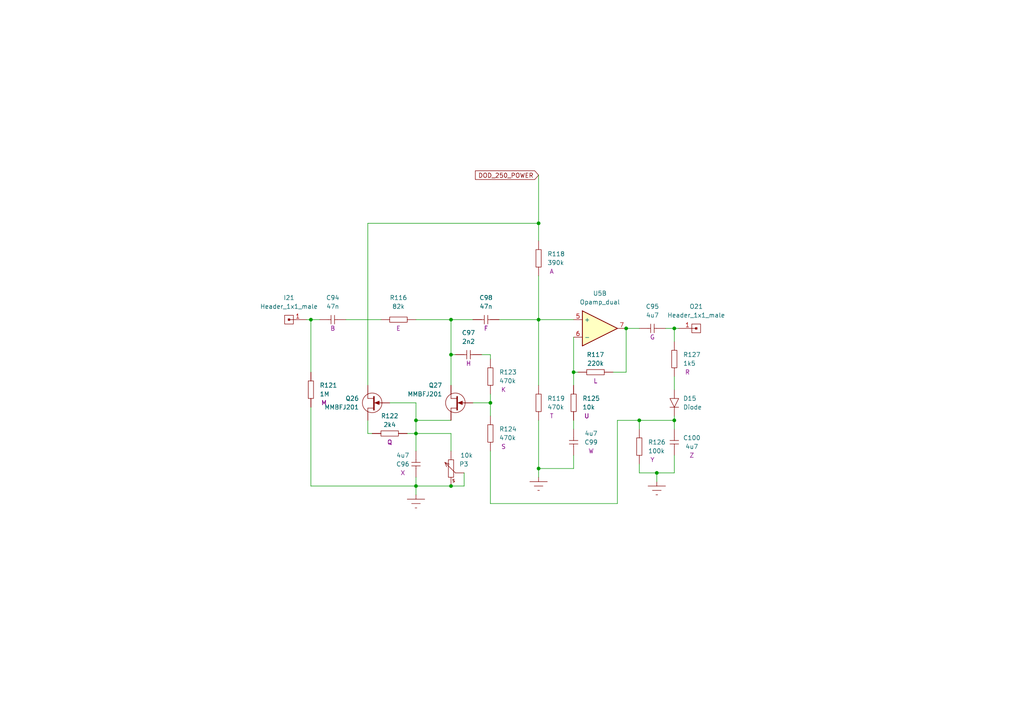
<source format=kicad_sch>
(kicad_sch (version 20211123) (generator eeschema)
  (paper "A4")
  (title_block (title "Orange squeezer") (date "2024-04-26") (rev "1") (company "https://github.com/dvhx/ultimate-soldering-exercise"))
  (lib_symbols
    (symbol "dvhx-kicad-library:C" (pin_numbers hide) (pin_names hide)
      (property "Reference" "C" (at 2.286 1.016 0))
      (property "Value" "C" (at 2.286 -1.27 0))
      (symbol "C_0_1"
        (polyline (pts (xy 0 -0.508) (xy 0 -1.27)))
        (polyline (pts (xy 0 1.27) (xy 0 0.508)))
        (polyline (pts (xy 1.27 -0.508) (xy -1.27 -0.508)))
        (polyline (pts (xy 1.27 0.508) (xy -1.27 0.508)))
      )
      (symbol "C_1_1"
        (pin passive line (at 0 3.81 270) (length 2.54) (name "1") (number "1"))
        (pin passive line (at 0 -3.81 90) (length 2.54) (name "2") (number "2"))
      )
    )
    (symbol "dvhx-kicad-library:Diode" (pin_numbers hide) (pin_names hide)
      (property "Reference" "D" (at 0 2.54 0))
      (property "Value" "Diode" (at 0 5.08 0))
      (symbol "Diode_0_1"
        (polyline (pts (xy 1.27 1.27) (xy 1.27 -1.27)))
        (polyline (pts (xy 1.27 0) (xy -1.27 1.27) (xy -1.27 -1.27) (xy 1.27 0)))
      )
      (symbol "Diode_1_1"
        (pin passive line (at -3.81 0 0) (length 2.54) (name "A") (number "A"))
        (pin passive line (at 3.81 0 180) (length 2.54) (name "K") (number "K"))
      )
    )
    (symbol "dvhx-kicad-library:GND" (power) (pin_numbers hide) (pin_names hide)
      (symbol "GND_0_1"
        (polyline (pts (xy -2.54 -1.27) (xy 2.54 -1.27)))
        (polyline (pts (xy -1.27 -2.54) (xy 1.27 -2.54)))
        (polyline (pts (xy -0.254 -3.81) (xy 0.254 -3.81)))
      )
      (symbol "GND_1_1"
        (pin power_in line (at 0 0 270) (length 1.27) (name "GND") (number "GND"))
      )
    )
    (symbol "dvhx-kicad-library:Header_1x1_male" (pin_names hide)
      (property "Reference" "J" (at -0.254 2.286 0))
      (property "Value" "Header_1x1_male" (at 0 4.191 0))
      (symbol "Header_1x1_male_0_1"
        (rectangle (start -1.27 1.27) (end 1.27 -1.27))
        (rectangle (start -0.254 0.254) (end 0.254 -0.254) (fill (type outline)))
      )
      (symbol "Header_1x1_male_1_1"
        (pin passive line (at -5.08 0 0) (length 5.08) (name "1") (number "1"))
      )
    )
    (symbol "dvhx-kicad-library:MMBFJ201" (pin_numbers hide) (pin_names hide)
      (property "Reference" "Q" (at 2.54 1.016 0))
      (property "Value" "MMBFJ201" (at 6.858 -1.016 0))
      (symbol "MMBFJ201_0_1"
        (circle (center -1.27 0) (radius 2.8398))
        (polyline (pts (xy -3.81 0) (xy -2.54 0)))
        (polyline (pts (xy -1.778 1.778) (xy -1.778 -2.032)) (stroke (width 0.4)))
        (polyline (pts (xy 0 -1.524) (xy -1.778 -1.524)))
        (polyline (pts (xy 0 -1.524) (xy 0 -2.54)))
        (polyline (pts (xy 0 1.27) (xy -1.778 1.27)))
        (polyline (pts (xy 0 1.27) (xy 0 2.54)))
        (polyline (pts (xy -2.032 0) (xy -3.302 -0.508) (xy -3.302 0.508) (xy -2.032 0)) (fill (type outline)))
      )
      (symbol "MMBFJ201_1_1"
        (pin passive line (at 0 5.08 270) (length 2.54) (name "D") (number "D"))
        (pin input line (at -6.35 0 0) (length 2.54) (name "G") (number "G"))
        (pin passive line (at 0 -5.08 90) (length 2.54) (name "S") (number "S"))
      )
    )
    (symbol "dvhx-kicad-library:Opamp_dual"
      (property "Reference" "U" (at 3.048 8.89 0))
      (property "Value" "Opamp_dual" (at 8.128 10.922 0))
      (symbol "Opamp_dual_1_1"
        (polyline (pts (xy -3.81 5.08) (xy 6.35 0) (xy -3.81 -5.08) (xy -3.81 5.08)) (stroke (width 0.254)) (fill (type background)))
        (pin output line (at 8.89 0 180) (length 2.54) (name "~") (number "1"))
        (pin input line (at -6.35 -2.54 0) (length 2.54) (name "-") (number "2"))
        (pin input line (at -6.35 2.54 0) (length 2.54) (name "+") (number "3"))
      )
      (symbol "Opamp_dual_2_1"
        (polyline (pts (xy -3.81 5.08) (xy 6.35 0) (xy -3.81 -5.08) (xy -3.81 5.08)) (stroke (width 0.254)) (fill (type background)))
        (pin input line (at -6.35 2.54 0) (length 2.54) (name "+") (number "5"))
        (pin input line (at -6.35 -2.54 0) (length 2.54) (name "-") (number "6"))
        (pin output line (at 8.89 0 180) (length 2.54) (name "~") (number "7"))
      )
      (symbol "Opamp_dual_3_1"
        (pin power_in line (at 0 -7.62 90) (length 2.54) (name "V-") (number "4"))
        (pin power_in line (at 0 10.16 270) (length 2.54) (name "V+") (number "8"))
      )
    )
    (symbol "dvhx-kicad-library:Potentiometer" (pin_numbers hide) (pin_names hide)
      (property "Reference" "P" (at 2.032 1.016 0))
      (property "Value" "Potentiometer" (at 2.032 -1.016 0))
      (symbol "Potentiometer_0_0"
        (text "S" (at -0.762 -3.556 0) (effects (font (size 0.8 0.8))))
      )
      (symbol "Potentiometer_0_1"
        (polyline (pts (xy 1.778 1.778) (xy 0.508 1.27)))
        (polyline (pts (xy -1.27 -1.27) (xy 1.778 1.778) (xy 1.27 0.508)))
        (polyline (pts (xy -0.762 2.54) (xy 0.762 2.54) (xy 0.762 -2.54) (xy -0.762 -2.54) (xy -0.762 2.54)))
      )
      (symbol "Potentiometer_1_1"
        (pin passive line (at 0 5.08 270) (length 2.54) (name "E") (number "E"))
        (pin passive line (at 0 -5.08 90) (length 2.54) (name "S") (number "S"))
        (pin passive line (at -3.81 -1.27 0) (length 2.54) (name "W") (number "W"))
      )
    )
    (symbol "dvhx-kicad-library:R" (pin_numbers hide) (pin_names hide)
      (property "Reference" "R" (at 2.032 1.016 0))
      (property "Value" "R" (at 2.032 -1.016 0))
      (symbol "R_0_1"
        (polyline (pts (xy -0.762 2.54) (xy 0.762 2.54) (xy 0.762 -2.54) (xy -0.762 -2.54) (xy -0.762 2.54)))
      )
      (symbol "R_1_1"
        (pin passive line (at 0 5.08 270) (length 2.54) (name "1") (number "1"))
        (pin passive line (at 0 -5.08 90) (length 2.54) (name "2") (number "2"))
      )
    )
  )
  (junction (at 156.21 92.71))
  (junction (at 166.37 107.95))
  (junction (at 181.61 95.25))
  (junction (at 190.5 137.16))
  (junction (at 120.65 125.73))
  (junction (at 120.65 140.97))
  (junction (at 195.58 95.25))
  (junction (at 130.81 140.97))
  (junction (at 185.42 121.92))
  (junction (at 90.17 92.71))
  (junction (at 130.81 102.87))
  (junction (at 195.58 121.92))
  (junction (at 130.81 92.71))
  (junction (at 120.65 121.92))
  (junction (at 142.24 116.84))
  (junction (at 156.21 135.89))
  (junction (at 156.21 64.77))
  (wire (pts (xy 120.65 138.43) (xy 120.65 140.97)))
  (wire (pts (xy 193.04 95.25) (xy 195.58 95.25)))
  (wire (pts (xy 120.65 125.73) (xy 120.65 130.81)))
  (wire (pts (xy 106.68 111.76) (xy 106.68 64.77)))
  (wire (pts (xy 100.33 92.71) (xy 110.49 92.71)))
  (wire (pts (xy 90.17 92.71) (xy 92.71 92.71)))
  (wire (pts (xy 144.78 92.71) (xy 156.21 92.71)))
  (wire (pts (xy 120.65 143.51) (xy 120.65 140.97)))
  (wire (pts (xy 179.07 121.92) (xy 185.42 121.92)))
  (wire (pts (xy 190.5 137.16) (xy 190.5 139.7)))
  (wire (pts (xy 118.11 125.73) (xy 120.65 125.73)))
  (wire (pts (xy 106.68 121.92) (xy 106.68 125.73)))
  (wire (pts (xy 156.21 50.8) (xy 156.21 64.77)))
  (wire (pts (xy 88.9 92.71) (xy 90.17 92.71)))
  (wire (pts (xy 120.65 121.92) (xy 120.65 125.73)))
  (wire (pts (xy 132.08 102.87) (xy 130.81 102.87)))
  (wire (pts (xy 130.81 92.71) (xy 130.81 102.87)))
  (wire (pts (xy 156.21 135.89) (xy 166.37 135.89)))
  (wire (pts (xy 120.65 125.73) (xy 130.81 125.73)))
  (wire (pts (xy 156.21 92.71) (xy 166.37 92.71)))
  (wire (pts (xy 195.58 132.08) (xy 195.58 137.16)))
  (wire (pts (xy 142.24 146.05) (xy 179.07 146.05)))
  (wire (pts (xy 156.21 80.01) (xy 156.21 92.71)))
  (wire (pts (xy 130.81 92.71) (xy 137.16 92.71)))
  (wire (pts (xy 90.17 118.11) (xy 90.17 140.97)))
  (wire (pts (xy 166.37 121.92) (xy 166.37 124.46)))
  (wire (pts (xy 156.21 135.89) (xy 156.21 138.43)))
  (wire (pts (xy 185.42 121.92) (xy 195.58 121.92)))
  (wire (pts (xy 142.24 130.81) (xy 142.24 146.05)))
  (wire (pts (xy 130.81 130.81) (xy 130.81 125.73)))
  (wire (pts (xy 185.42 137.16) (xy 190.5 137.16)))
  (wire (pts (xy 120.65 121.92) (xy 130.81 121.92)))
  (wire (pts (xy 195.58 95.25) (xy 196.85 95.25)))
  (wire (pts (xy 166.37 107.95) (xy 166.37 111.76)))
  (wire (pts (xy 120.65 121.92) (xy 120.65 116.84)))
  (wire (pts (xy 195.58 121.92) (xy 195.58 124.46)))
  (wire (pts (xy 185.42 124.46) (xy 185.42 121.92)))
  (wire (pts (xy 106.68 64.77) (xy 156.21 64.77)))
  (wire (pts (xy 137.16 116.84) (xy 142.24 116.84)))
  (wire (pts (xy 156.21 121.92) (xy 156.21 135.89)))
  (wire (pts (xy 130.81 102.87) (xy 130.81 111.76)))
  (wire (pts (xy 139.7 102.87) (xy 142.24 102.87)))
  (wire (pts (xy 156.21 92.71) (xy 156.21 111.76)))
  (wire (pts (xy 120.65 140.97) (xy 130.81 140.97)))
  (wire (pts (xy 134.62 137.16) (xy 134.62 140.97)))
  (wire (pts (xy 181.61 95.25) (xy 185.42 95.25)))
  (wire (pts (xy 179.07 146.05) (xy 179.07 121.92)))
  (wire (pts (xy 185.42 137.16) (xy 185.42 134.62)))
  (wire (pts (xy 142.24 116.84) (xy 142.24 120.65)))
  (wire (pts (xy 130.81 140.97) (xy 134.62 140.97)))
  (wire (pts (xy 142.24 114.3) (xy 142.24 116.84)))
  (wire (pts (xy 177.8 107.95) (xy 181.61 107.95)))
  (wire (pts (xy 142.24 104.14) (xy 142.24 102.87)))
  (wire (pts (xy 120.65 92.71) (xy 130.81 92.71)))
  (wire (pts (xy 167.64 107.95) (xy 166.37 107.95)))
  (wire (pts (xy 113.03 116.84) (xy 120.65 116.84)))
  (wire (pts (xy 90.17 92.71) (xy 90.17 107.95)))
  (wire (pts (xy 156.21 64.77) (xy 156.21 69.85)))
  (wire (pts (xy 181.61 95.25) (xy 181.61 107.95)))
  (wire (pts (xy 166.37 97.79) (xy 166.37 107.95)))
  (wire (pts (xy 195.58 109.22) (xy 195.58 113.03)))
  (wire (pts (xy 190.5 137.16) (xy 195.58 137.16)))
  (wire (pts (xy 106.68 125.73) (xy 107.95 125.73)))
  (wire (pts (xy 195.58 120.65) (xy 195.58 121.92)))
  (wire (pts (xy 90.17 140.97) (xy 120.65 140.97)))
  (wire (pts (xy 166.37 132.08) (xy 166.37 135.89)))
  (wire (pts (xy 195.58 95.25) (xy 195.58 99.06)))
  (global_label "DOD_250_POWER" (shape input) (at 156.21 50.8 180) (property "Intersheet References" "${INTERSHEET_REFS}" (effects hide)))
  (symbol (lib_id "dvhx-kicad-library:R") (at 142.24 109.22 0) (unit 1)
    (property "Reference" "R123" (at 144.78 107.9499 0) (effects (justify left)))
    (property "Value" "470k" (at 144.78 110.4899 0) (effects (justify left)))
    (property "Footprint" "dvhx-kicad-library:Resistor_0805" (effects hide))
    (property "Field4" "K" (at 146.05 113.03 0))
  )
  (symbol (lib_id "dvhx-kicad-library:R") (at 195.58 104.14 0) (unit 1)
    (property "Reference" "R127" (at 198.12 102.8699 0) (effects (justify left)))
    (property "Value" "1k5" (at 198.12 105.4099 0) (effects (justify left)))
    (property "Footprint" "dvhx-kicad-library:Resistor_0805" (effects hide))
    (property "Field4" "R" (at 199.39 107.95 0))
  )
  (symbol (lib_id "dvhx-kicad-library:R") (at 172.72 107.95 90) (unit 1)
    (property "Reference" "R117" (at 172.72 102.87 90))
    (property "Value" "220k" (at 172.72 105.41 90))
    (property "Footprint" "dvhx-kicad-library:Resistor_0805" (effects hide))
    (property "Field4" "L" (at 172.72 110.49 90))
  )
  (symbol (lib_id "dvhx-kicad-library:Potentiometer") (at 130.81 135.89 0) (mirror y) (unit 1)
    (property "Reference" "P3" (at 135.89 134.62 0) (effects (justify left)))
    (property "Value" "10k" (at 137.16 132.08 0) (effects (justify left)))
    (property "Footprint" "dvhx-kicad-library:Resistor_trimmer_RM065" (effects hide))
  )
  (symbol (lib_id "dvhx-kicad-library:R") (at 115.57 92.71 90) (unit 1)
    (property "Reference" "R116" (at 115.57 86.36 90))
    (property "Value" "82k" (at 115.57 88.9 90))
    (property "Footprint" "dvhx-kicad-library:Resistor_0805" (effects hide))
    (property "Field4" "E" (at 115.57 95.25 90))
  )
  (symbol (lib_id "dvhx-kicad-library:C") (at 135.89 102.87 90) (unit 1)
    (property "Reference" "C97" (at 135.89 96.52 90))
    (property "Value" "2n2" (at 135.89 99.06 90))
    (property "Footprint" "dvhx-kicad-library:Capacitor_0805" (effects hide))
    (property "Field4" "H" (at 135.89 105.41 90))
  )
  (symbol (lib_id "dvhx-kicad-library:C") (at 166.37 128.27 180) (unit 1)
    (property "Reference" "C99" (at 171.45 128.27 0))
    (property "Value" "4u7" (at 171.45 125.73 0))
    (property "Footprint" "dvhx-kicad-library:Capacitor_0805" (effects hide))
    (property "Field4" "W" (at 171.45 130.81 0))
  )
  (symbol (lib_id "dvhx-kicad-library:R") (at 185.42 129.54 0) (unit 1)
    (property "Reference" "R126" (at 187.96 128.2699 0) (effects (justify left)))
    (property "Value" "100k" (at 187.96 130.8099 0) (effects (justify left)))
    (property "Footprint" "dvhx-kicad-library:Resistor_0805" (effects hide))
    (property "Field4" "Y" (at 189.23 133.35 0))
  )
  (symbol (lib_id "dvhx-kicad-library:Header_1x1_male") (at 83.82 92.71 0) (mirror y) (unit 1)
    (property "Reference" "I21" (at 83.82 86.36 0))
    (property "Value" "Header_1x1_male" (at 83.82 88.9 0))
    (property "Footprint" "dvhx-kicad-library:Header_1x1_male_upright" (effects hide))
  )
  (symbol (lib_id "dvhx-kicad-library:R") (at 142.24 125.73 0) (unit 1)
    (property "Reference" "R124" (at 144.78 124.4599 0) (effects (justify left)))
    (property "Value" "470k" (at 144.78 126.9999 0) (effects (justify left)))
    (property "Footprint" "dvhx-kicad-library:Resistor_0805" (effects hide))
    (property "Field4" "S" (at 146.05 129.54 0))
  )
  (symbol (lib_id "dvhx-kicad-library:Header_1x1_male") (at 201.93 95.25 0) (mirror x) (unit 1)
    (property "Reference" "O21" (at 201.93 88.9 0))
    (property "Value" "Header_1x1_male" (at 201.93 91.44 0))
    (property "Footprint" "dvhx-kicad-library:Header_1x1_male_upright" (effects hide))
  )
  (symbol (lib_id "dvhx-kicad-library:GND") (at 120.65 143.51 0) (unit 1)
    (property "Reference" "#GND037" (effects hide))
    (property "Value" "GND" (effects hide))
  )
  (symbol (lib_id "dvhx-kicad-library:C") (at 195.58 128.27 180) (unit 1)
    (property "Reference" "C100" (at 200.66 127 0))
    (property "Value" "4u7" (at 200.66 129.54 0))
    (property "Footprint" "dvhx-kicad-library:Capacitor_0805" (effects hide))
    (property "Field4" "Z" (at 200.66 132.08 0))
  )
  (symbol (lib_id "dvhx-kicad-library:R") (at 156.21 74.93 0) (unit 1)
    (property "Reference" "R118" (at 158.75 73.6599 0) (effects (justify left)))
    (property "Value" "390k" (at 158.75 76.1999 0) (effects (justify left)))
    (property "Footprint" "dvhx-kicad-library:Resistor_0805" (effects hide))
    (property "Field4" "A" (at 160.02 78.74 0))
  )
  (symbol (lib_id "dvhx-kicad-library:GND") (at 190.5 139.7 0) (unit 1)
    (property "Reference" "#GND0110" (effects hide))
    (property "Value" "GND" (effects hide))
  )
  (symbol (lib_id "dvhx-kicad-library:C") (at 189.23 95.25 90) (unit 1)
    (property "Reference" "C95" (at 189.23 88.9 90))
    (property "Value" "4u7" (at 189.23 91.44 90))
    (property "Footprint" "dvhx-kicad-library:Capacitor_0805" (effects hide))
    (property "Field4" "G" (at 189.23 97.79 90))
  )
  (symbol (lib_id "dvhx-kicad-library:R") (at 156.21 116.84 0) (unit 1)
    (property "Reference" "R119" (at 158.75 115.5699 0) (effects (justify left)))
    (property "Value" "470k" (at 158.75 118.1099 0) (effects (justify left)))
    (property "Footprint" "dvhx-kicad-library:Resistor_0805" (effects hide))
    (property "Field4" "T" (at 160.02 120.65 0))
  )
  (symbol (lib_id "dvhx-kicad-library:MMBFJ201") (at 130.81 116.84 0) (mirror y) (unit 1)
    (property "Reference" "Q27" (at 128.27 111.76 0) (effects (justify left)))
    (property "Value" "MMBFJ201" (at 128.27 114.3 0) (effects (justify left)))
    (property "Footprint" "dvhx-kicad-library:SOT23-DSG" (effects hide))
  )
  (symbol (lib_id "dvhx-kicad-library:R") (at 113.03 125.73 90) (unit 1)
    (property "Reference" "R122" (at 113.03 120.65 90))
    (property "Value" "2k4" (at 113.03 123.19 90))
    (property "Footprint" "dvhx-kicad-library:Resistor_0805" (effects hide))
    (property "Field4" "Q" (at 113.03 128.27 90))
  )
  (symbol (lib_id "dvhx-kicad-library:MMBFJ201") (at 106.68 116.84 0) (mirror y) (unit 1)
    (property "Reference" "Q26" (at 104.14 115.5699 0) (effects (justify left)))
    (property "Value" "MMBFJ201" (at 104.14 118.1099 0) (effects (justify left)))
    (property "Footprint" "dvhx-kicad-library:SOT23-DSG" (effects hide))
  )
  (symbol (lib_id "dvhx-kicad-library:C") (at 140.97 92.71 90) (unit 1)
    (property "Reference" "C98" (at 140.97 86.36 90))
    (property "Value" "47n" (at 140.97 88.9 90))
    (property "Footprint" "dvhx-kicad-library:Capacitor_0805" (effects hide))
    (property "Field4" "F" (at 140.97 95.25 90))
  )
  (symbol (lib_id "dvhx-kicad-library:GND") (at 156.21 138.43 0) (unit 1)
    (property "Reference" "#GND0108" (effects hide))
    (property "Value" "GND" (effects hide))
  )
  (symbol (lib_id "dvhx-kicad-library:Opamp_dual") (at 172.72 95.25 0) (unit 2)
    (property "Reference" "U5" (at 173.99 85.09 0))
    (property "Value" "Opamp_dual" (at 173.99 87.63 0))
    (property "Footprint" "dvhx-kicad-library:SOIC-8" (effects hide))
  )
  (symbol (lib_id "dvhx-kicad-library:R") (at 90.17 113.03 0) (unit 1)
    (property "Reference" "R121" (at 92.71 111.7599 0) (effects (justify left)))
    (property "Value" "1M" (at 92.71 114.2999 0) (effects (justify left)))
    (property "Footprint" "dvhx-kicad-library:Resistor_0805" (effects hide))
    (property "Field4" "M" (at 93.98 116.84 0))
  )
  (symbol (lib_id "dvhx-kicad-library:C") (at 120.65 134.62 180) (unit 1)
    (property "Reference" "C96" (at 116.84 134.62 0))
    (property "Value" "4u7" (at 116.84 132.08 0))
    (property "Footprint" "dvhx-kicad-library:Capacitor_0805" (effects hide))
    (property "Field4" "X" (at 116.84 137.16 0))
  )
  (symbol (lib_id "dvhx-kicad-library:R") (at 166.37 116.84 0) (unit 1)
    (property "Reference" "R125" (at 168.91 115.5699 0) (effects (justify left)))
    (property "Value" "10k" (at 168.91 118.1099 0) (effects (justify left)))
    (property "Footprint" "dvhx-kicad-library:Resistor_0805" (effects hide))
    (property "Field4" "U" (at 170.18 120.65 0))
  )
  (symbol (lib_id "dvhx-kicad-library:Diode") (at 195.58 116.84 270) (unit 1)
    (property "Reference" "D15" (at 198.12 115.5699 90) (effects (justify left)))
    (property "Value" "Diode" (at 198.12 118.1099 90) (effects (justify left)))
    (property "Footprint" "dvhx-kicad-library:Diode_SOD-123" (effects hide))
  )
  (symbol (lib_id "dvhx-kicad-library:C") (at 96.52 92.71 90) (unit 1)
    (property "Reference" "C94" (at 96.52 86.36 90))
    (property "Value" "47n" (at 96.52 88.9 90))
    (property "Footprint" "dvhx-kicad-library:Capacitor_0805" (effects hide))
    (property "Field4" "B" (at 96.52 95.25 90))
  )
)
</source>
